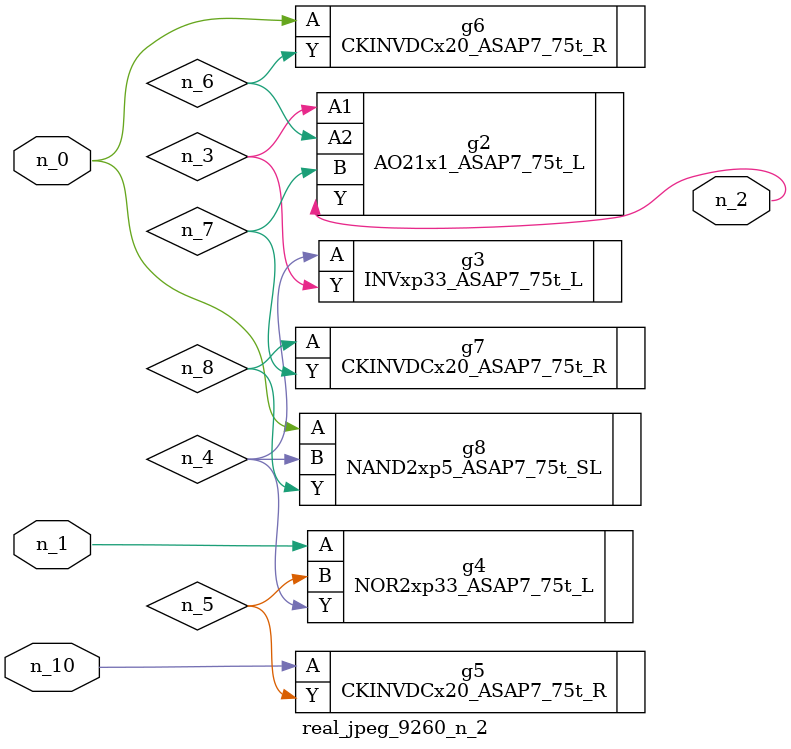
<source format=v>
module real_jpeg_9260_n_2 (n_1, n_10, n_0, n_2);

input n_1;
input n_10;
input n_0;

output n_2;

wire n_5;
wire n_4;
wire n_8;
wire n_6;
wire n_7;
wire n_3;

CKINVDCx20_ASAP7_75t_R g6 ( 
.A(n_0),
.Y(n_6)
);

NAND2xp5_ASAP7_75t_SL g8 ( 
.A(n_0),
.B(n_4),
.Y(n_8)
);

NOR2xp33_ASAP7_75t_L g4 ( 
.A(n_1),
.B(n_5),
.Y(n_4)
);

AO21x1_ASAP7_75t_L g2 ( 
.A1(n_3),
.A2(n_6),
.B(n_7),
.Y(n_2)
);

INVxp33_ASAP7_75t_L g3 ( 
.A(n_4),
.Y(n_3)
);

CKINVDCx20_ASAP7_75t_R g7 ( 
.A(n_8),
.Y(n_7)
);

CKINVDCx20_ASAP7_75t_R g5 ( 
.A(n_10),
.Y(n_5)
);


endmodule
</source>
